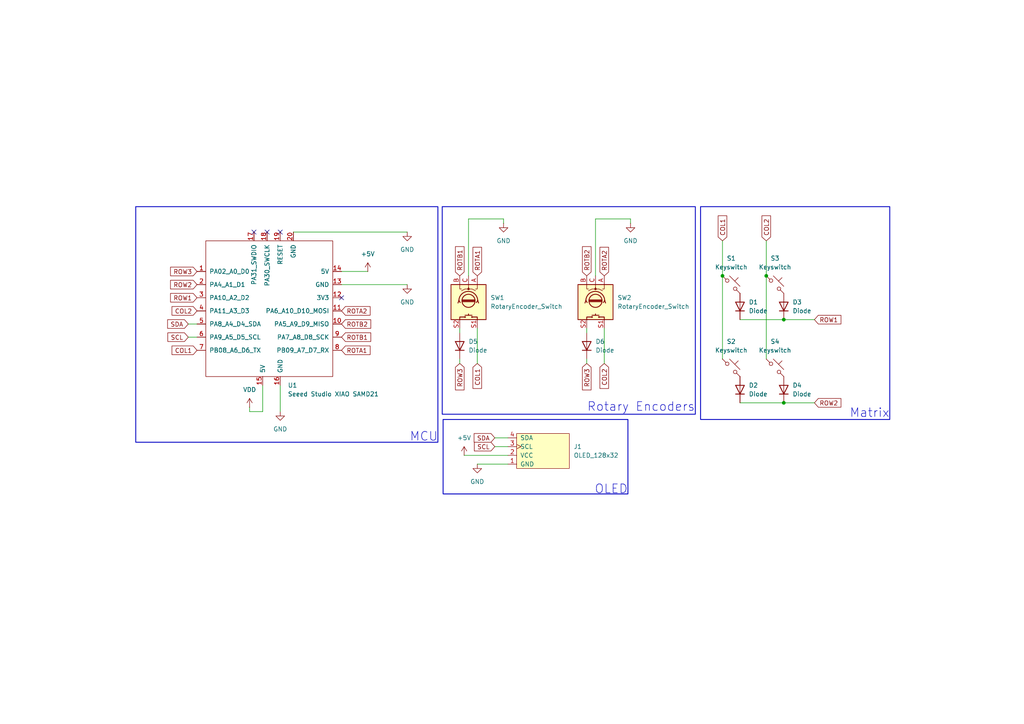
<source format=kicad_sch>
(kicad_sch (version 20231120) (generator "eeschema") (generator_version "8.0")
  (paper "A4")
  (lib_symbols
    (symbol "Device:RotaryEncoder_Switch" (pin_names (offset 0.254) hide)
      (property "Reference" "SW" (at 0 6.604 0))
      (property "Value" "RotaryEncoder_Switch" (at 0 -6.604 0))
      (symbol "RotaryEncoder_Switch_0_1"
        (rectangle (start -5.08 5.08) (end 5.08 -5.08) (stroke (width 0.254)) (fill (type background)))
        (circle (center -3.81 0) (radius 0.254) (fill (type outline)))
        (circle (center -0.381 0) (radius 1.905) (stroke (width 0.254)))
        (arc (start -0.381 2.667) (mid -3.0988 -0.0635) (end -0.381 -2.794) (stroke (width 0.254)))
        (polyline (pts (xy -0.635 -1.778) (xy -0.635 1.778)) (stroke (width 0.254)))
        (polyline (pts (xy -0.381 -1.778) (xy -0.381 1.778)) (stroke (width 0.254)))
        (polyline (pts (xy -0.127 1.778) (xy -0.127 -1.778)) (stroke (width 0.254)))
        (polyline (pts (xy 3.81 0) (xy 3.429 0)) (stroke (width 0.254)))
        (polyline (pts (xy 3.81 1.016) (xy 3.81 -1.016)) (stroke (width 0.254)))
        (polyline (pts (xy -5.08 -2.54) (xy -3.81 -2.54) (xy -3.81 -2.032)))
        (polyline (pts (xy -5.08 2.54) (xy -3.81 2.54) (xy -3.81 2.032)))
        (polyline (pts (xy 0.254 -3.048) (xy -0.508 -2.794) (xy 0.127 -2.413)) (stroke (width 0.254)))
        (polyline (pts (xy 0.254 2.921) (xy -0.508 2.667) (xy 0.127 2.286)) (stroke (width 0.254)))
        (polyline (pts (xy 5.08 -2.54) (xy 4.318 -2.54) (xy 4.318 -1.016)) (stroke (width 0.254)))
        (polyline (pts (xy 5.08 2.54) (xy 4.318 2.54) (xy 4.318 1.016)) (stroke (width 0.254)))
        (polyline (pts (xy -5.08 0) (xy -3.81 0) (xy -3.81 -1.016) (xy -3.302 -2.032)))
        (polyline (pts (xy -4.318 0) (xy -3.81 0) (xy -3.81 1.016) (xy -3.302 2.032)))
        (circle (center 4.318 -1.016) (radius 0.127) (stroke (width 0.254)))
        (circle (center 4.318 1.016) (radius 0.127) (stroke (width 0.254)))
      )
      (symbol "RotaryEncoder_Switch_1_1"
        (pin passive line (at -7.62 2.54 0) (length 2.54) (name "A") (number "A"))
        (pin passive line (at -7.62 -2.54 0) (length 2.54) (name "B") (number "B"))
        (pin passive line (at -7.62 0 0) (length 2.54) (name "C") (number "C"))
        (pin passive line (at 7.62 2.54 180) (length 2.54) (name "S1") (number "S1"))
        (pin passive line (at 7.62 -2.54 180) (length 2.54) (name "S2") (number "S2"))
      )
    )
    (symbol "ScottoKeebs:OLED_128x32" (pin_names (offset 1.016))
      (property "Reference" "J" (at 0 -6.35 0))
      (property "Value" "OLED_128x32" (at 0 6.35 0))
      (symbol "OLED_128x32_0_1"
        (rectangle (start 0 5.08) (end 15.24 -5.08) (fill (type background)))
      )
      (symbol "OLED_128x32_1_1"
        (pin power_in line (at -2.54 -3.81 0) (length 2.54) (name "GND") (number "1"))
        (pin power_in line (at -2.54 -1.27 0) (length 2.54) (name "VCC") (number "2"))
        (pin input clock (at -2.54 1.27 0) (length 2.54) (name "SCL") (number "3"))
        (pin bidirectional line (at -2.54 3.81 0) (length 2.54) (name "SDA") (number "4"))
      )
    )
    (symbol "ScottoKeebs:Placeholder_Diode" (pin_numbers hide) (pin_names hide)
      (property "Reference" "D" (at 0 2.54 0))
      (property "Value" "Diode" (at 0 -2.54 0))
      (symbol "Placeholder_Diode_0_1"
        (polyline (pts (xy -1.27 1.27) (xy -1.27 -1.27)) (stroke (width 0.254)))
        (polyline (pts (xy 1.27 0) (xy -1.27 0)))
        (polyline (pts (xy 1.27 1.27) (xy 1.27 -1.27) (xy -1.27 0) (xy 1.27 1.27)) (stroke (width 0.254)))
      )
      (symbol "Placeholder_Diode_1_1"
        (pin passive line (at -3.81 0 0) (length 2.54) (name "K") (number "1"))
        (pin passive line (at 3.81 0 180) (length 2.54) (name "A") (number "2"))
      )
    )
    (symbol "ScottoKeebs:Placeholder_Keyswitch" (pin_numbers hide) (pin_names (offset 1.016) hide)
      (property "Reference" "S" (at 3.048 1.016 0))
      (property "Value" "Keyswitch" (at 0 -3.81 0))
      (symbol "Placeholder_Keyswitch_0_1"
        (circle (center -1.1684 1.1684) (radius 0.508))
        (polyline (pts (xy -0.508 2.54) (xy 2.54 -0.508)))
        (polyline (pts (xy 1.016 1.016) (xy 2.032 2.032)))
        (polyline (pts (xy -2.54 2.54) (xy -1.524 1.524) (xy -1.524 1.524)))
        (polyline (pts (xy 1.524 -1.524) (xy 2.54 -2.54) (xy 2.54 -2.54) (xy 2.54 -2.54)))
        (circle (center 1.143 -1.1938) (radius 0.508))
        (pin passive line (at -2.54 2.54 0) (length 0) (name "1") (number "1"))
        (pin passive line (at 2.54 -2.54 180) (length 0) (name "2") (number "2"))
      )
    )
    (symbol "Seeed_Studio_XIAO_Series:Seeed Studio XIAO SAMD21" (pin_names (offset 1.016))
      (property "Reference" "U" (at -19.05 22.86 0))
      (property "Value" "Seeed Studio XIAO SAMD21" (at -12.7 21.59 0))
      (symbol "Seeed Studio XIAO SAMD21_0_1"
        (rectangle (start -19.05 20.32) (end 17.78 -19.05))
      )
      (symbol "Seeed Studio XIAO SAMD21_1_1"
        (pin unspecified line (at -21.59 11.43 0) (length 2.54) (name "PA02_A0_D0") (number "1"))
        (pin unspecified line (at 20.32 -3.81 180) (length 2.54) (name "PA5_A9_D9_MISO") (number "10"))
        (pin unspecified line (at 20.32 0 180) (length 2.54) (name "PA6_A10_D10_MOSI") (number "11"))
        (pin unspecified line (at 20.32 3.81 180) (length 2.54) (name "3V3") (number "12"))
        (pin unspecified line (at 20.32 7.62 180) (length 2.54) (name "GND") (number "13"))
        (pin unspecified line (at 20.32 11.43 180) (length 2.54) (name "5V") (number "14"))
        (pin input line (at -2.54 -21.59 90) (length 2.54) (name "5V") (number "15"))
        (pin input line (at 2.54 -21.59 90) (length 2.54) (name "GND") (number "16"))
        (pin input line (at -5.08 22.86 270) (length 2.54) (name "PA31_SWDIO") (number "17"))
        (pin input line (at -1.27 22.86 270) (length 2.54) (name "PA30_SWCLK") (number "18"))
        (pin input line (at 2.54 22.86 270) (length 2.54) (name "RESET") (number "19"))
        (pin unspecified line (at -21.59 7.62 0) (length 2.54) (name "PA4_A1_D1") (number "2"))
        (pin input line (at 6.35 22.86 270) (length 2.54) (name "GND") (number "20"))
        (pin unspecified line (at -21.59 3.81 0) (length 2.54) (name "PA10_A2_D2") (number "3"))
        (pin unspecified line (at -21.59 0 0) (length 2.54) (name "PA11_A3_D3") (number "4"))
        (pin unspecified line (at -21.59 -3.81 0) (length 2.54) (name "PA8_A4_D4_SDA") (number "5"))
        (pin unspecified line (at -21.59 -7.62 0) (length 2.54) (name "PA9_A5_D5_SCL") (number "6"))
        (pin unspecified line (at -21.59 -11.43 0) (length 2.54) (name "PB08_A6_D6_TX") (number "7"))
        (pin unspecified line (at 20.32 -11.43 180) (length 2.54) (name "PB09_A7_D7_RX") (number "8"))
        (pin unspecified line (at 20.32 -7.62 180) (length 2.54) (name "PA7_A8_D8_SCK") (number "9"))
      )
    )
    (symbol "power:+5V" (power) (pin_numbers hide) (pin_names (offset 0) hide)
      (property "Value" "+5V" (at 0 3.556 0))
      (symbol "+5V_0_1"
        (polyline (pts (xy -0.762 1.27) (xy 0 2.54)))
        (polyline (pts (xy 0 0) (xy 0 2.54)))
        (polyline (pts (xy 0 2.54) (xy 0.762 1.27)))
      )
      (symbol "+5V_1_1"
        (pin power_in line (at 0 0 90) (length 0) (name "~") (number "1"))
      )
    )
    (symbol "power:GND" (power) (pin_numbers hide) (pin_names (offset 0) hide)
      (property "Value" "GND" (at 0 -3.81 0))
      (symbol "GND_0_1"
        (polyline (pts (xy 0 0) (xy 0 -1.27) (xy 1.27 -1.27) (xy 0 -2.54) (xy -1.27 -1.27) (xy 0 -1.27)))
      )
      (symbol "GND_1_1"
        (pin power_in line (at 0 0 270) (length 0) (name "~") (number "1"))
      )
    )
    (symbol "power:VDD" (power) (pin_numbers hide) (pin_names (offset 0) hide)
      (property "Value" "VDD" (at 0 3.556 0))
      (symbol "VDD_0_1"
        (polyline (pts (xy -0.762 1.27) (xy 0 2.54)))
        (polyline (pts (xy 0 0) (xy 0 2.54)))
        (polyline (pts (xy 0 2.54) (xy 0.762 1.27)))
      )
      (symbol "VDD_1_1"
        (pin power_in line (at 0 0 90) (length 0) (name "~") (number "1"))
      )
    )
  )
  (junction (at 227.33 92.71))
  (junction (at 209.55 80.01))
  (junction (at 227.33 116.84))
  (junction (at 222.25 80.01))
  (no_connect (at 73.66 67.31))
  (no_connect (at 77.47 67.31))
  (no_connect (at 81.28 67.31))
  (no_connect (at 99.06 86.36))
  (wire (pts (xy 76.2 119.38) (xy 76.2 111.76)))
  (wire (pts (xy 222.25 69.85) (xy 222.25 80.01)))
  (wire (pts (xy 133.35 105.41) (xy 133.35 104.14)))
  (wire (pts (xy 146.05 64.77) (xy 146.05 63.5)))
  (wire (pts (xy 214.63 92.71) (xy 227.33 92.71)))
  (wire (pts (xy 133.35 95.25) (xy 133.35 96.52)))
  (wire (pts (xy 134.62 132.08) (xy 147.32 132.08)))
  (wire (pts (xy 170.18 105.41) (xy 170.18 104.14)))
  (wire (pts (xy 227.33 116.84) (xy 236.22 116.84)))
  (wire (pts (xy 81.28 119.38) (xy 81.28 111.76)))
  (wire (pts (xy 227.33 92.71) (xy 236.22 92.71)))
  (wire (pts (xy 209.55 69.85) (xy 209.55 80.01)))
  (wire (pts (xy 54.61 93.98) (xy 57.15 93.98)))
  (wire (pts (xy 175.26 105.41) (xy 175.26 95.25)))
  (wire (pts (xy 135.89 63.5) (xy 135.89 80.01)))
  (wire (pts (xy 118.11 82.55) (xy 99.06 82.55)))
  (wire (pts (xy 182.88 64.77) (xy 182.88 63.5)))
  (wire (pts (xy 214.63 116.84) (xy 227.33 116.84)))
  (wire (pts (xy 54.61 97.79) (xy 57.15 97.79)))
  (wire (pts (xy 170.18 96.52) (xy 170.18 95.25)))
  (wire (pts (xy 138.43 105.41) (xy 138.43 95.25)))
  (wire (pts (xy 138.43 134.62) (xy 147.32 134.62)))
  (wire (pts (xy 72.39 119.38) (xy 76.2 119.38)))
  (wire (pts (xy 172.72 63.5) (xy 172.72 80.01)))
  (wire (pts (xy 106.68 78.74) (xy 99.06 78.74)))
  (wire (pts (xy 209.55 80.01) (xy 209.55 104.14)))
  (wire (pts (xy 146.05 63.5) (xy 135.89 63.5)))
  (wire (pts (xy 118.11 67.31) (xy 85.09 67.31)))
  (wire (pts (xy 143.51 127) (xy 147.32 127)))
  (wire (pts (xy 72.39 119.38) (xy 72.39 118.11)))
  (wire (pts (xy 222.25 80.01) (xy 222.25 104.14)))
  (wire (pts (xy 143.51 129.54) (xy 147.32 129.54)))
  (wire (pts (xy 182.88 63.5) (xy 172.72 63.5)))
  (rectangle (start 128.524 121.666) (end 182.118 143.256) (stroke (width 0.254)))
  (rectangle (start 203.2 59.944) (end 258.064 121.666) (stroke (width 0.254)))
  (rectangle (start 39.37 59.944) (end 127 128.27) (stroke (width 0.254)))
  (rectangle (start 128.27 59.944) (end 201.676 120.142) (stroke (width 0.254)))
  (text "MCU" (at 122.936 126.746 0) (effects (font (size 2.54 2.54))))
  (text "Rotary Encoders" (at 185.928 118.11 0) (effects (font (size 2.54 2.54))))
  (text "Matrix" (at 252.222 119.888 0) (effects (font (size 2.54 2.54))))
  (text "OLED" (at 177.292 141.986 0) (effects (font (size 2.54 2.54))))
  (global_label "ROTA1" (shape input) (at 138.43 80.01 90) (property "Intersheetrefs" "${INTERSHEET_REFS}" (effects (hide yes))))
  (global_label "ROW2" (shape input) (at 57.15 82.55 180) (property "Intersheetrefs" "${INTERSHEET_REFS}" (effects (hide yes))))
  (global_label "COL1" (shape input) (at 209.55 69.85 90) (property "Intersheetrefs" "${INTERSHEET_REFS}" (effects (hide yes))))
  (global_label "SDA" (shape input) (at 143.51 127 180) (property "Intersheetrefs" "${INTERSHEET_REFS}" (effects (hide yes))))
  (global_label "ROW1" (shape input) (at 57.15 86.36 180) (property "Intersheetrefs" "${INTERSHEET_REFS}" (effects (hide yes))))
  (global_label "ROTB1" (shape input) (at 133.35 80.01 90) (property "Intersheetrefs" "${INTERSHEET_REFS}" (effects (hide yes))))
  (global_label "COL2" (shape input) (at 57.15 90.17 180) (property "Intersheetrefs" "${INTERSHEET_REFS}" (effects (hide yes))))
  (global_label "SDA" (shape input) (at 54.61 93.98 180) (property "Intersheetrefs" "${INTERSHEET_REFS}" (effects (hide yes))))
  (global_label "COL2" (shape input) (at 175.26 105.41 270) (property "Intersheetrefs" "${INTERSHEET_REFS}" (effects (hide yes))))
  (global_label "ROW3" (shape input) (at 133.35 105.41 270) (property "Intersheetrefs" "${INTERSHEET_REFS}" (effects (hide yes))))
  (global_label "COL2" (shape input) (at 222.25 69.85 90) (property "Intersheetrefs" "${INTERSHEET_REFS}" (effects (hide yes))))
  (global_label "ROW3" (shape input) (at 57.15 78.74 180) (property "Intersheetrefs" "${INTERSHEET_REFS}" (effects (hide yes))))
  (global_label "ROTB2" (shape input) (at 170.18 80.01 90) (property "Intersheetrefs" "${INTERSHEET_REFS}" (effects (hide yes))))
  (global_label "ROTA2" (shape input) (at 99.06 90.17 0) (property "Intersheetrefs" "${INTERSHEET_REFS}" (effects (hide yes))))
  (global_label "COL1" (shape input) (at 57.15 101.6 180) (property "Intersheetrefs" "${INTERSHEET_REFS}" (effects (hide yes))))
  (global_label "COL1" (shape input) (at 138.43 105.41 270) (property "Intersheetrefs" "${INTERSHEET_REFS}" (effects (hide yes))))
  (global_label "ROTB2" (shape input) (at 99.06 93.98 0) (property "Intersheetrefs" "${INTERSHEET_REFS}" (effects (hide yes))))
  (global_label "ROW2" (shape input) (at 236.22 116.84 0) (property "Intersheetrefs" "${INTERSHEET_REFS}" (effects (hide yes))))
  (global_label "ROTB1" (shape input) (at 99.06 97.79 0) (property "Intersheetrefs" "${INTERSHEET_REFS}" (effects (hide yes))))
  (global_label "SCL" (shape input) (at 54.61 97.79 180) (property "Intersheetrefs" "${INTERSHEET_REFS}" (effects (hide yes))))
  (global_label "ROTA1" (shape input) (at 99.06 101.6 0) (property "Intersheetrefs" "${INTERSHEET_REFS}" (effects (hide yes))))
  (global_label "ROTA2" (shape input) (at 175.26 80.01 90) (property "Intersheetrefs" "${INTERSHEET_REFS}" (effects (hide yes))))
  (global_label "ROW3" (shape input) (at 170.18 105.41 270) (property "Intersheetrefs" "${INTERSHEET_REFS}" (effects (hide yes))))
  (global_label "SCL" (shape input) (at 143.51 129.54 180) (property "Intersheetrefs" "${INTERSHEET_REFS}" (effects (hide yes))))
  (global_label "ROW1" (shape input) (at 236.22 92.71 0) (property "Intersheetrefs" "${INTERSHEET_REFS}" (effects (hide yes))))
  (symbol (lib_id "ScottoKeebs:OLED_128x32") (at 149.86 130.81 0) (unit 1)
    (property "Reference" "J1" (at 166.37 129.5399 0) (effects (justify left)))
    (property "Value" "OLED_128x32" (at 166.37 132.0799 0) (effects (justify left)))
    (property "Footprint" "ScottoKeebs_Components:OLED_128x32" (effects (hide yes)))
  )
  (symbol (lib_id "ScottoKeebs:Placeholder_Keyswitch") (at 224.79 106.68 0) (unit 1)
    (property "Reference" "S4" (at 224.79 99.06 0))
    (property "Value" "Keyswitch" (at 224.79 101.6 0))
    (property "Footprint" "ScottoKeebs_Scotto:MX_Hotswap_1.00u" (effects (hide yes)))
    (property "Description" "Push button switch, normally open, two pins, 45° tilted" (effects (hide yes)))
  )
  (symbol (lib_id "power:+5V") (at 134.62 132.08 0) (unit 1)
    (property "Reference" "#PWR05" (effects (hide yes)))
    (property "Value" "+5V" (at 134.62 127 0))
    (property "Description" "Power symbol creates a global label with name \"+5V\"" (effects (hide yes)))
  )
  (symbol (lib_id "power:GND") (at 182.88 64.77 0) (unit 1)
    (property "Reference" "#PWR012" (effects (hide yes)))
    (property "Value" "GND" (at 182.88 69.85 0))
    (property "Description" "Power symbol creates a global label with name \"GND\" , ground" (effects (hide yes)))
  )
  (symbol (lib_id "ScottoKeebs:Placeholder_Diode") (at 227.33 88.9 90) (unit 1)
    (property "Reference" "D3" (at 229.87 87.6299 90) (effects (justify right)))
    (property "Value" "Diode" (at 229.87 90.1699 90) (effects (justify right)))
    (property "Footprint" "ScottoKeebs_Components:Diode_DO-35" (effects (hide yes)))
    (property "Description" "1N4148 (DO-35) or 1N4148W (SOD-123)" (effects (hide yes)))
    (property "Sim.Device" "D" (effects (hide yes)))
    (property "Sim.Pins" "1=K 2=A" (effects (hide yes)))
  )
  (symbol (lib_id "power:GND") (at 118.11 67.31 0) (unit 1)
    (property "Reference" "#PWR02" (effects (hide yes)))
    (property "Value" "GND" (at 118.11 72.39 0))
    (property "Description" "Power symbol creates a global label with name \"GND\" , ground" (effects (hide yes)))
  )
  (symbol (lib_id "power:VDD") (at 72.39 118.11 0) (unit 1)
    (property "Reference" "#PWR010" (effects (hide yes)))
    (property "Value" "VDD" (at 72.39 113.03 0))
    (property "Description" "Power symbol creates a global label with name \"VDD\"" (effects (hide yes)))
  )
  (symbol (lib_id "power:GND") (at 146.05 64.77 0) (unit 1)
    (property "Reference" "#PWR011" (effects (hide yes)))
    (property "Value" "GND" (at 146.05 69.85 0))
    (property "Description" "Power symbol creates a global label with name \"GND\" , ground" (effects (hide yes)))
  )
  (symbol (lib_id "ScottoKeebs:Placeholder_Diode") (at 170.18 100.33 90) (unit 1)
    (property "Reference" "D6" (at 172.72 99.0599 90) (effects (justify right)))
    (property "Value" "Diode" (at 172.72 101.5999 90) (effects (justify right)))
    (property "Footprint" "ScottoKeebs_Components:Diode_DO-35" (effects (hide yes)))
    (property "Description" "1N4148 (DO-35) or 1N4148W (SOD-123)" (effects (hide yes)))
    (property "Sim.Device" "D" (effects (hide yes)))
    (property "Sim.Pins" "1=K 2=A" (effects (hide yes)))
  )
  (symbol (lib_id "Device:RotaryEncoder_Switch") (at 172.72 87.63 270) (unit 1)
    (property "Reference" "SW2" (at 179.07 86.3599 90) (effects (justify left)))
    (property "Value" "RotaryEncoder_Switch" (at 179.07 88.8999 90) (effects (justify left)))
    (property "Footprint" "ScottoKeebs_Scotto:Encoder_EC11_MX" (effects (hide yes)))
    (property "Description" "Rotary encoder, dual channel, incremental quadrate outputs, with switch" (effects (hide yes)))
  )
  (symbol (lib_id "power:+5V") (at 106.68 78.74 0) (unit 1)
    (property "Reference" "#PWR06" (effects (hide yes)))
    (property "Value" "+5V" (at 106.68 73.66 0))
    (property "Description" "Power symbol creates a global label with name \"+5V\"" (effects (hide yes)))
  )
  (symbol (lib_id "power:GND") (at 138.43 134.62 0) (unit 1)
    (property "Reference" "#PWR04" (effects (hide yes)))
    (property "Value" "GND" (at 138.43 139.7 0))
    (property "Description" "Power symbol creates a global label with name \"GND\" , ground" (effects (hide yes)))
  )
  (symbol (lib_id "Device:RotaryEncoder_Switch") (at 135.89 87.63 270) (unit 1)
    (property "Reference" "SW1" (at 142.24 86.3599 90) (effects (justify left)))
    (property "Value" "RotaryEncoder_Switch" (at 142.24 88.8999 90) (effects (justify left)))
    (property "Footprint" "ScottoKeebs_Scotto:Encoder_EC11_MX" (effects (hide yes)))
    (property "Description" "Rotary encoder, dual channel, incremental quadrate outputs, with switch" (effects (hide yes)))
  )
  (symbol (lib_id "ScottoKeebs:Placeholder_Diode") (at 214.63 113.03 90) (unit 1)
    (property "Reference" "D2" (at 217.17 111.7599 90) (effects (justify right)))
    (property "Value" "Diode" (at 217.17 114.2999 90) (effects (justify right)))
    (property "Footprint" "ScottoKeebs_Components:Diode_DO-35" (effects (hide yes)))
    (property "Description" "1N4148 (DO-35) or 1N4148W (SOD-123)" (effects (hide yes)))
    (property "Sim.Device" "D" (effects (hide yes)))
    (property "Sim.Pins" "1=K 2=A" (effects (hide yes)))
  )
  (symbol (lib_id "power:GND") (at 118.11 82.55 0) (unit 1)
    (property "Reference" "#PWR01" (effects (hide yes)))
    (property "Value" "GND" (at 118.11 87.63 0))
    (property "Description" "Power symbol creates a global label with name \"GND\" , ground" (effects (hide yes)))
  )
  (symbol (lib_id "ScottoKeebs:Placeholder_Diode") (at 133.35 100.33 90) (unit 1)
    (property "Reference" "D5" (at 135.89 99.0599 90) (effects (justify right)))
    (property "Value" "Diode" (at 135.89 101.5999 90) (effects (justify right)))
    (property "Footprint" "ScottoKeebs_Components:Diode_DO-35" (effects (hide yes)))
    (property "Description" "1N4148 (DO-35) or 1N4148W (SOD-123)" (effects (hide yes)))
    (property "Sim.Device" "D" (effects (hide yes)))
    (property "Sim.Pins" "1=K 2=A" (effects (hide yes)))
  )
  (symbol (lib_id "ScottoKeebs:Placeholder_Diode") (at 214.63 88.9 90) (unit 1)
    (property "Reference" "D1" (at 217.17 87.6299 90) (effects (justify right)))
    (property "Value" "Diode" (at 217.17 90.1699 90) (effects (justify right)))
    (property "Footprint" "ScottoKeebs_Components:Diode_DO-35" (effects (hide yes)))
    (property "Description" "1N4148 (DO-35) or 1N4148W (SOD-123)" (effects (hide yes)))
    (property "Sim.Device" "D" (effects (hide yes)))
    (property "Sim.Pins" "1=K 2=A" (effects (hide yes)))
  )
  (symbol (lib_id "Seeed_Studio_XIAO_Series:Seeed Studio XIAO SAMD21") (at 78.74 90.17 0) (unit 1)
    (property "Reference" "U1" (at 83.4741 111.76 0) (effects (justify left)))
    (property "Value" "Seeed Studio XIAO SAMD21" (at 83.4741 114.3 0) (effects (justify left)))
    (property "Footprint" "ScottoKeebs_MCU:Seeed_XIAO_RP2040" (effects (hide yes)))
  )
  (symbol (lib_id "ScottoKeebs:Placeholder_Keyswitch") (at 224.79 82.55 0) (unit 1)
    (property "Reference" "S3" (at 224.79 74.93 0))
    (property "Value" "Keyswitch" (at 224.79 77.47 0))
    (property "Footprint" "ScottoKeebs_Scotto:MX_Hotswap_1.00u" (effects (hide yes)))
    (property "Description" "Push button switch, normally open, two pins, 45° tilted" (effects (hide yes)))
  )
  (symbol (lib_id "power:GND") (at 81.28 119.38 0) (unit 1)
    (property "Reference" "#PWR03" (effects (hide yes)))
    (property "Value" "GND" (at 81.28 124.46 0))
    (property "Description" "Power symbol creates a global label with name \"GND\" , ground" (effects (hide yes)))
  )
  (symbol (lib_id "ScottoKeebs:Placeholder_Diode") (at 227.33 113.03 90) (unit 1)
    (property "Reference" "D4" (at 229.87 111.7599 90) (effects (justify right)))
    (property "Value" "Diode" (at 229.87 114.2999 90) (effects (justify right)))
    (property "Footprint" "ScottoKeebs_Components:Diode_DO-35" (effects (hide yes)))
    (property "Description" "1N4148 (DO-35) or 1N4148W (SOD-123)" (effects (hide yes)))
    (property "Sim.Device" "D" (effects (hide yes)))
    (property "Sim.Pins" "1=K 2=A" (effects (hide yes)))
  )
  (symbol (lib_id "ScottoKeebs:Placeholder_Keyswitch") (at 212.09 106.68 0) (unit 1)
    (property "Reference" "S2" (at 212.09 99.06 0))
    (property "Value" "Keyswitch" (at 212.09 101.6 0))
    (property "Footprint" "ScottoKeebs_Scotto:MX_Hotswap_1.00u" (effects (hide yes)))
    (property "Description" "Push button switch, normally open, two pins, 45° tilted" (effects (hide yes)))
  )
  (symbol (lib_id "ScottoKeebs:Placeholder_Keyswitch") (at 212.09 82.55 0) (unit 1)
    (property "Reference" "S1" (at 212.09 74.93 0))
    (property "Value" "Keyswitch" (at 212.09 77.47 0))
    (property "Footprint" "ScottoKeebs_Scotto:MX_Hotswap_1.00u" (effects (hide yes)))
    (property "Description" "Push button switch, normally open, two pins, 45° tilted" (effects (hide yes)))
  )
)
</source>
